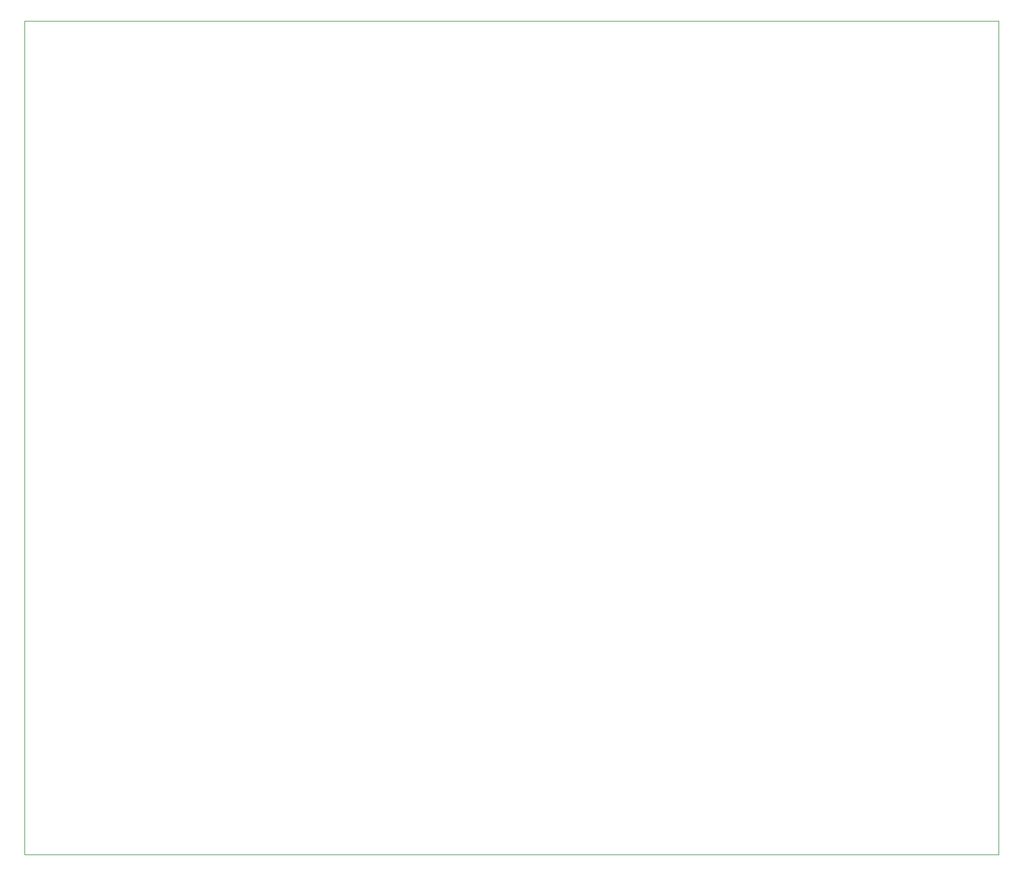
<source format=gbr>
G04 PROTEUS GERBER X2 FILE*
%TF.GenerationSoftware,Labcenter,Proteus,8.15-SP1-Build34318*%
%TF.CreationDate,2023-09-22T14:49:31+00:00*%
%TF.FileFunction,NonPlated,1,2,NPTH*%
%TF.FilePolarity,Positive*%
%TF.Part,Single*%
%TF.SameCoordinates,{cc55e535-ffdd-4919-8125-6210c26246c2}*%
%FSLAX45Y45*%
%MOMM*%
G01*
%TA.AperFunction,Profile*%
%ADD22C,0.101600*%
%TD.AperFunction*%
D22*
X-8290000Y-6520000D02*
X+5520000Y-6520000D01*
X+5520000Y+5300000D01*
X-8290000Y+5300000D01*
X-8290000Y-6520000D01*
M02*

</source>
